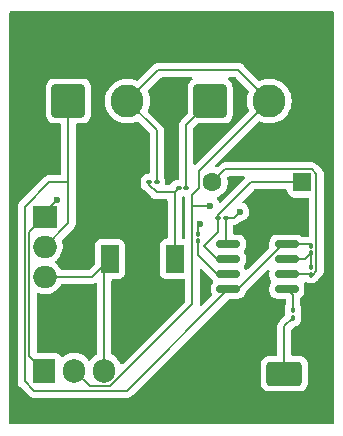
<source format=gbr>
%TF.GenerationSoftware,KiCad,Pcbnew,9.0.6*%
%TF.CreationDate,2025-12-23T21:48:00+05:30*%
%TF.ProjectId,CLASS D AMPLIFIER,434c4153-5320-4442-9041-4d504c494649,rev?*%
%TF.SameCoordinates,Original*%
%TF.FileFunction,Copper,L1,Top*%
%TF.FilePolarity,Positive*%
%FSLAX46Y46*%
G04 Gerber Fmt 4.6, Leading zero omitted, Abs format (unit mm)*
G04 Created by KiCad (PCBNEW 9.0.6) date 2025-12-23 21:48:00*
%MOMM*%
%LPD*%
G01*
G04 APERTURE LIST*
G04 Aperture macros list*
%AMRoundRect*
0 Rectangle with rounded corners*
0 $1 Rounding radius*
0 $2 $3 $4 $5 $6 $7 $8 $9 X,Y pos of 4 corners*
0 Add a 4 corners polygon primitive as box body*
4,1,4,$2,$3,$4,$5,$6,$7,$8,$9,$2,$3,0*
0 Add four circle primitives for the rounded corners*
1,1,$1+$1,$2,$3*
1,1,$1+$1,$4,$5*
1,1,$1+$1,$6,$7*
1,1,$1+$1,$8,$9*
0 Add four rect primitives between the rounded corners*
20,1,$1+$1,$2,$3,$4,$5,0*
20,1,$1+$1,$4,$5,$6,$7,0*
20,1,$1+$1,$6,$7,$8,$9,0*
20,1,$1+$1,$8,$9,$2,$3,0*%
G04 Aperture macros list end*
%TA.AperFunction,SMDPad,CuDef*%
%ADD10R,1.500000X2.400000*%
%TD*%
%TA.AperFunction,SMDPad,CuDef*%
%ADD11RoundRect,0.100000X0.130000X0.100000X-0.130000X0.100000X-0.130000X-0.100000X0.130000X-0.100000X0*%
%TD*%
%TA.AperFunction,SMDPad,CuDef*%
%ADD12RoundRect,0.150000X-0.825000X-0.150000X0.825000X-0.150000X0.825000X0.150000X-0.825000X0.150000X0*%
%TD*%
%TA.AperFunction,SMDPad,CuDef*%
%ADD13RoundRect,0.100000X0.100000X-0.130000X0.100000X0.130000X-0.100000X0.130000X-0.100000X-0.130000X0*%
%TD*%
%TA.AperFunction,ComponentPad*%
%ADD14R,1.905000X2.000000*%
%TD*%
%TA.AperFunction,ComponentPad*%
%ADD15O,1.905000X2.000000*%
%TD*%
%TA.AperFunction,ComponentPad*%
%ADD16R,2.000000X1.905000*%
%TD*%
%TA.AperFunction,ComponentPad*%
%ADD17O,2.000000X1.905000*%
%TD*%
%TA.AperFunction,ComponentPad*%
%ADD18RoundRect,0.250000X-1.250000X0.750000X-1.250000X-0.750000X1.250000X-0.750000X1.250000X0.750000X0*%
%TD*%
%TA.AperFunction,ComponentPad*%
%ADD19RoundRect,0.250001X-1.149999X-1.149999X1.149999X-1.149999X1.149999X1.149999X-1.149999X1.149999X0*%
%TD*%
%TA.AperFunction,ComponentPad*%
%ADD20C,2.800000*%
%TD*%
%TA.AperFunction,ComponentPad*%
%ADD21RoundRect,0.250000X0.550000X0.550000X-0.550000X0.550000X-0.550000X-0.550000X0.550000X-0.550000X0*%
%TD*%
%TA.AperFunction,ComponentPad*%
%ADD22C,1.600000*%
%TD*%
%TA.AperFunction,SMDPad,CuDef*%
%ADD23RoundRect,0.100000X-0.130000X-0.100000X0.130000X-0.100000X0.130000X0.100000X-0.130000X0.100000X0*%
%TD*%
%TA.AperFunction,ViaPad*%
%ADD24C,0.600000*%
%TD*%
%TA.AperFunction,Conductor*%
%ADD25C,0.200000*%
%TD*%
G04 APERTURE END LIST*
D10*
%TO.P,L1,2*%
%TO.N,Net-(C1-Pad1)*%
X114500000Y-71500000D03*
%TO.P,L1,1*%
%TO.N,Net-(Q1-E)*%
X109000000Y-71500000D03*
%TD*%
D11*
%TO.P,C3,2*%
%TO.N,Net-(D1-K)*%
X118180000Y-68000000D03*
%TO.P,C3,1*%
%TO.N,Net-(J1-Pin_2)*%
X118820000Y-68000000D03*
%TD*%
D12*
%TO.P,U1,1,GND*%
%TO.N,Net-(J1-Pin_2)*%
X119050000Y-70230000D03*
%TO.P,U1,2,TR*%
%TO.N,Net-(D1-K)*%
X119050000Y-71500000D03*
%TO.P,U1,3,Q*%
%TO.N,Net-(U1-Q)*%
X119050000Y-72770000D03*
%TO.P,U1,4,R*%
%TO.N,Net-(J1-Pin_1)*%
X119050000Y-74040000D03*
%TO.P,U1,5,CV*%
%TO.N,Net-(U1-CV)*%
X124000000Y-74040000D03*
%TO.P,U1,6,THR*%
%TO.N,Net-(D1-A)*%
X124000000Y-72770000D03*
%TO.P,U1,7,DIS*%
%TO.N,Net-(U1-DIS)*%
X124000000Y-71500000D03*
%TO.P,U1,8,VCC*%
%TO.N,Net-(J1-Pin_1)*%
X124000000Y-70230000D03*
%TD*%
D13*
%TO.P,R3,1*%
%TO.N,Net-(U1-DIS)*%
X126000000Y-71000000D03*
%TO.P,R3,2*%
%TO.N,Net-(J1-Pin_1)*%
X126000000Y-70360000D03*
%TD*%
%TO.P,R2,1*%
%TO.N,Net-(U1-Q)*%
X116500000Y-70000000D03*
%TO.P,R2,2*%
%TO.N,Net-(Q1-B)*%
X116500000Y-69360000D03*
%TD*%
%TO.P,R1,1*%
%TO.N,Net-(D1-A)*%
X126000000Y-72820000D03*
%TO.P,R1,2*%
%TO.N,Net-(U1-DIS)*%
X126000000Y-72180000D03*
%TD*%
D14*
%TO.P,Q2,1,B*%
%TO.N,Net-(Q1-B)*%
X103460000Y-80950000D03*
D15*
%TO.P,Q2,2,C*%
%TO.N,Net-(J1-Pin_2)*%
X106000000Y-80950000D03*
%TO.P,Q2,3,E*%
%TO.N,Net-(Q1-E)*%
X108540000Y-80950000D03*
%TD*%
D16*
%TO.P,Q1,1,B*%
%TO.N,Net-(Q1-B)*%
X103500000Y-67920000D03*
D17*
%TO.P,Q1,2,C*%
%TO.N,Net-(J1-Pin_1)*%
X103500000Y-70460000D03*
%TO.P,Q1,3,E*%
%TO.N,Net-(Q1-E)*%
X103500000Y-73000000D03*
%TD*%
D18*
%TO.P,J3,1,Pin_1*%
%TO.N,Net-(J3-Pin_1)*%
X123782500Y-81200000D03*
%TD*%
D19*
%TO.P,J2,1,Pin_1*%
%TO.N,Net-(J2-Pin_1)*%
X117500000Y-58117500D03*
D20*
%TO.P,J2,2,Pin_2*%
%TO.N,Net-(J1-Pin_2)*%
X122500000Y-58117500D03*
%TD*%
D19*
%TO.P,J1,1,Pin_1*%
%TO.N,Net-(J1-Pin_1)*%
X105500000Y-58117500D03*
D20*
%TO.P,J1,2,Pin_2*%
%TO.N,Net-(J1-Pin_2)*%
X110500000Y-58117500D03*
%TD*%
D21*
%TO.P,D1,1,K*%
%TO.N,Net-(D1-K)*%
X125310000Y-65000000D03*
D22*
%TO.P,D1,2,A*%
%TO.N,Net-(D1-A)*%
X117690000Y-65000000D03*
%TD*%
D13*
%TO.P,C4,1*%
%TO.N,Net-(J3-Pin_1)*%
X124500000Y-76475000D03*
%TO.P,C4,2*%
%TO.N,Net-(U1-CV)*%
X124500000Y-75835000D03*
%TD*%
D23*
%TO.P,C2,1*%
%TO.N,Net-(C1-Pad1)*%
X114835000Y-65500000D03*
%TO.P,C2,2*%
%TO.N,Net-(J2-Pin_1)*%
X115475000Y-65500000D03*
%TD*%
%TO.P,C1,1*%
%TO.N,Net-(C1-Pad1)*%
X112335000Y-65000000D03*
%TO.P,C1,2*%
%TO.N,Net-(J1-Pin_2)*%
X112975000Y-65000000D03*
%TD*%
D24*
%TO.N,Net-(J1-Pin_2)*%
X120000000Y-67500000D03*
X117500000Y-67000000D03*
%TO.N,Net-(Q1-B)*%
X104500000Y-66500000D03*
X116598999Y-68499802D03*
%TD*%
D25*
%TO.N,Net-(J1-Pin_2)*%
X118820000Y-68000000D02*
X119500000Y-68000000D01*
X119500000Y-68000000D02*
X120000000Y-67500000D01*
X115999000Y-67000000D02*
X115999000Y-66046050D01*
X115999000Y-67000000D02*
X117500000Y-67000000D01*
%TO.N,Net-(Q1-B)*%
X116500000Y-69360000D02*
X116500000Y-68598801D01*
X116500000Y-68598801D02*
X116598999Y-68499802D01*
X103500000Y-67920000D02*
X103500000Y-67500000D01*
X103500000Y-67500000D02*
X104500000Y-66500000D01*
%TO.N,Net-(D1-K)*%
X117001000Y-70425999D02*
X118180000Y-69246999D01*
X118180000Y-69246999D02*
X118180000Y-68000000D01*
X118180000Y-68000000D02*
X118180000Y-67800001D01*
X118180000Y-67800001D02*
X120980001Y-65000000D01*
X120980001Y-65000000D02*
X125310000Y-65000000D01*
%TO.N,Net-(J1-Pin_2)*%
X118820000Y-68000000D02*
X118820000Y-70000000D01*
X118820000Y-70000000D02*
X119050000Y-70230000D01*
%TO.N,Net-(J1-Pin_1)*%
X105500000Y-68460000D02*
X105500000Y-65000000D01*
X102607500Y-82652000D02*
X101798000Y-81842500D01*
X101798000Y-81842500D02*
X101798000Y-67067500D01*
X119050000Y-74040000D02*
X110438000Y-82652000D01*
X110438000Y-82652000D02*
X102607500Y-82652000D01*
X101798000Y-67067500D02*
X103865500Y-65000000D01*
X103865500Y-65000000D02*
X105500000Y-65000000D01*
%TO.N,Net-(D1-A)*%
X117690000Y-65000000D02*
X118791000Y-63899000D01*
X118791000Y-63899000D02*
X126095160Y-63899000D01*
X126095160Y-63899000D02*
X126501000Y-64304840D01*
X126501000Y-64304840D02*
X126501000Y-72518999D01*
X126199999Y-72820000D02*
X126000000Y-72820000D01*
X126501000Y-72518999D02*
X126199999Y-72820000D01*
%TO.N,Net-(J1-Pin_2)*%
X110500000Y-58117500D02*
X113117500Y-55500000D01*
X113117500Y-55500000D02*
X119882500Y-55500000D01*
X119882500Y-55500000D02*
X122500000Y-58117500D01*
X115999000Y-68501000D02*
X115999000Y-67000000D01*
X115999000Y-66046050D02*
X116589000Y-65456050D01*
X116589000Y-65456050D02*
X116589000Y-64028500D01*
X116589000Y-64028500D02*
X122500000Y-58117500D01*
%TO.N,Net-(J1-Pin_1)*%
X103500000Y-70460000D02*
X105500000Y-68460000D01*
X105500000Y-65000000D02*
X105500000Y-58117500D01*
%TO.N,Net-(Q1-B)*%
X103460000Y-80950000D02*
X102199000Y-79689000D01*
X102199000Y-79689000D02*
X102199000Y-69221000D01*
X102199000Y-69221000D02*
X103500000Y-67920000D01*
%TO.N,Net-(J1-Pin_2)*%
X106000000Y-80950000D02*
X107301000Y-82251000D01*
X109059217Y-82251000D02*
X115999000Y-75311217D01*
X107301000Y-82251000D02*
X109059217Y-82251000D01*
X115999000Y-75311217D02*
X115999000Y-68501000D01*
%TO.N,Net-(Q1-E)*%
X108540000Y-80950000D02*
X108540000Y-71960000D01*
X108540000Y-71960000D02*
X109000000Y-71500000D01*
X103500000Y-73000000D02*
X107500000Y-73000000D01*
X107500000Y-73000000D02*
X109000000Y-71500000D01*
%TO.N,Net-(C1-Pad1)*%
X112335000Y-65000000D02*
X112335000Y-65199999D01*
X112335000Y-65199999D02*
X112970001Y-65835000D01*
X112970001Y-65835000D02*
X114500000Y-65835000D01*
X114500000Y-71500000D02*
X114500000Y-65835000D01*
X114500000Y-65835000D02*
X114835000Y-65500000D01*
%TO.N,Net-(U1-Q)*%
X116500000Y-70000000D02*
X116500000Y-71194999D01*
X116500000Y-71194999D02*
X118075001Y-72770000D01*
X118075001Y-72770000D02*
X119050000Y-72770000D01*
%TO.N,Net-(D1-K)*%
X119050000Y-71500000D02*
X118075001Y-71500000D01*
X118075001Y-71500000D02*
X117001000Y-70425999D01*
%TO.N,Net-(J1-Pin_1)*%
X119050000Y-74040000D02*
X119843032Y-74040000D01*
X119843032Y-74040000D02*
X123653032Y-70230000D01*
X123653032Y-70230000D02*
X124000000Y-70230000D01*
%TO.N,Net-(J3-Pin_1)*%
X123782500Y-81200000D02*
X123782500Y-77192500D01*
X123782500Y-77192500D02*
X124500000Y-76475000D01*
%TO.N,Net-(U1-CV)*%
X124500000Y-75835000D02*
X124500000Y-74540000D01*
X124500000Y-74540000D02*
X124000000Y-74040000D01*
%TO.N,Net-(D1-A)*%
X124000000Y-72770000D02*
X125950000Y-72770000D01*
X125950000Y-72770000D02*
X126000000Y-72820000D01*
%TO.N,Net-(U1-DIS)*%
X126000000Y-72180000D02*
X126000000Y-71000000D01*
X124000000Y-71500000D02*
X125500000Y-71500000D01*
X125500000Y-71500000D02*
X126000000Y-71000000D01*
%TO.N,Net-(J1-Pin_1)*%
X124000000Y-70230000D02*
X125870000Y-70230000D01*
X125870000Y-70230000D02*
X126000000Y-70360000D01*
%TO.N,Net-(J2-Pin_1)*%
X115475000Y-65500000D02*
X115475000Y-60142500D01*
X115475000Y-60142500D02*
X117500000Y-58117500D01*
%TO.N,Net-(J1-Pin_2)*%
X110500000Y-58117500D02*
X112975000Y-60592500D01*
X112975000Y-60592500D02*
X112975000Y-65000000D01*
%TD*%
%TA.AperFunction,NonConductor*%
G36*
X127942539Y-50520185D02*
G01*
X127988294Y-50572989D01*
X127999500Y-50624500D01*
X127999500Y-85375500D01*
X127979815Y-85442539D01*
X127927011Y-85488294D01*
X127875500Y-85499500D01*
X100624500Y-85499500D01*
X100557461Y-85479815D01*
X100511706Y-85427011D01*
X100500500Y-85375500D01*
X100500500Y-81921554D01*
X101197498Y-81921554D01*
X101238423Y-82074285D01*
X101267358Y-82124400D01*
X101267359Y-82124404D01*
X101267360Y-82124404D01*
X101317479Y-82211214D01*
X101317481Y-82211217D01*
X101436349Y-82330085D01*
X101436355Y-82330090D01*
X102122639Y-83016374D01*
X102122649Y-83016385D01*
X102126979Y-83020715D01*
X102126980Y-83020716D01*
X102238784Y-83132520D01*
X102325595Y-83182639D01*
X102325597Y-83182641D01*
X102363651Y-83204611D01*
X102375715Y-83211577D01*
X102528443Y-83252501D01*
X102528446Y-83252501D01*
X102694153Y-83252501D01*
X102694169Y-83252500D01*
X110351331Y-83252500D01*
X110351347Y-83252501D01*
X110358943Y-83252501D01*
X110517054Y-83252501D01*
X110517057Y-83252501D01*
X110669785Y-83211577D01*
X110719904Y-83182639D01*
X110806716Y-83132520D01*
X110918520Y-83020716D01*
X110918520Y-83020714D01*
X110928728Y-83010507D01*
X110928729Y-83010504D01*
X119062416Y-74876819D01*
X119123739Y-74843334D01*
X119150097Y-74840500D01*
X119940686Y-74840500D01*
X119940694Y-74840500D01*
X119977569Y-74837598D01*
X119977571Y-74837597D01*
X119977573Y-74837597D01*
X120019191Y-74825505D01*
X120135398Y-74791744D01*
X120276865Y-74708081D01*
X120393081Y-74591865D01*
X120476744Y-74450398D01*
X120522598Y-74292569D01*
X120525500Y-74255694D01*
X120525500Y-74255675D01*
X120525595Y-74253266D01*
X120525690Y-74253269D01*
X120525691Y-74253267D01*
X120525761Y-74253272D01*
X120526912Y-74253317D01*
X120545185Y-74191089D01*
X120561814Y-74170452D01*
X122316434Y-72415831D01*
X122377755Y-72382348D01*
X122447447Y-72387332D01*
X122503380Y-72429204D01*
X122527797Y-72494668D01*
X122527731Y-72513241D01*
X122524500Y-72554295D01*
X122524500Y-72985701D01*
X122527401Y-73022567D01*
X122527402Y-73022573D01*
X122573254Y-73180393D01*
X122573255Y-73180396D01*
X122656917Y-73321862D01*
X122661702Y-73328031D01*
X122659256Y-73329927D01*
X122685857Y-73378642D01*
X122680873Y-73448334D01*
X122660069Y-73480703D01*
X122661702Y-73481969D01*
X122656917Y-73488137D01*
X122573255Y-73629603D01*
X122573254Y-73629606D01*
X122527402Y-73787426D01*
X122527401Y-73787432D01*
X122524500Y-73824298D01*
X122524500Y-74255701D01*
X122527401Y-74292567D01*
X122527402Y-74292573D01*
X122573254Y-74450393D01*
X122573255Y-74450396D01*
X122656917Y-74591862D01*
X122656923Y-74591870D01*
X122773129Y-74708076D01*
X122773133Y-74708079D01*
X122773135Y-74708081D01*
X122914602Y-74791744D01*
X122956224Y-74803836D01*
X123072426Y-74837597D01*
X123072429Y-74837597D01*
X123072431Y-74837598D01*
X123109306Y-74840500D01*
X123775500Y-74840500D01*
X123842539Y-74860185D01*
X123888294Y-74912989D01*
X123899500Y-74964500D01*
X123899500Y-75328742D01*
X123879815Y-75395781D01*
X123876073Y-75401103D01*
X123875465Y-75402156D01*
X123814956Y-75548237D01*
X123814955Y-75548239D01*
X123799500Y-75665638D01*
X123799500Y-76004363D01*
X123814955Y-76121763D01*
X123815263Y-76122912D01*
X123815395Y-76125106D01*
X123816016Y-76129821D01*
X123815682Y-76129864D01*
X123815808Y-76131951D01*
X123818197Y-76137160D01*
X123817173Y-76154584D01*
X123818252Y-76172454D01*
X123816557Y-76184371D01*
X123814956Y-76188238D01*
X123801800Y-76288165D01*
X123801692Y-76288928D01*
X123787505Y-76320121D01*
X123773599Y-76351557D01*
X123772828Y-76352394D01*
X123772767Y-76352530D01*
X123772611Y-76352630D01*
X123766608Y-76359155D01*
X123413786Y-76711978D01*
X123301981Y-76823782D01*
X123301980Y-76823784D01*
X123253450Y-76907841D01*
X123222923Y-76960715D01*
X123181999Y-77113443D01*
X123181999Y-77113445D01*
X123181999Y-77281546D01*
X123182000Y-77281559D01*
X123182000Y-79575500D01*
X123162315Y-79642539D01*
X123109511Y-79688294D01*
X123058000Y-79699500D01*
X122482498Y-79699500D01*
X122482480Y-79699501D01*
X122379703Y-79710000D01*
X122379700Y-79710001D01*
X122213168Y-79765185D01*
X122213163Y-79765187D01*
X122063842Y-79857289D01*
X121939789Y-79981342D01*
X121847687Y-80130663D01*
X121847685Y-80130668D01*
X121844274Y-80140962D01*
X121792501Y-80297203D01*
X121792501Y-80297204D01*
X121792500Y-80297204D01*
X121782000Y-80399983D01*
X121782000Y-82000001D01*
X121782001Y-82000018D01*
X121792500Y-82102796D01*
X121792501Y-82102799D01*
X121828428Y-82211217D01*
X121847686Y-82269334D01*
X121939788Y-82418656D01*
X122063844Y-82542712D01*
X122213166Y-82634814D01*
X122379703Y-82689999D01*
X122482491Y-82700500D01*
X125082508Y-82700499D01*
X125185297Y-82689999D01*
X125351834Y-82634814D01*
X125501156Y-82542712D01*
X125625212Y-82418656D01*
X125717314Y-82269334D01*
X125772499Y-82102797D01*
X125783000Y-82000009D01*
X125782999Y-80399992D01*
X125772499Y-80297203D01*
X125717314Y-80130666D01*
X125625212Y-79981344D01*
X125501156Y-79857288D01*
X125351834Y-79765186D01*
X125185297Y-79710001D01*
X125185295Y-79710000D01*
X125082516Y-79699500D01*
X125082509Y-79699500D01*
X124507000Y-79699500D01*
X124439961Y-79679815D01*
X124394206Y-79627011D01*
X124383000Y-79575500D01*
X124383000Y-77492596D01*
X124391644Y-77463155D01*
X124398168Y-77433169D01*
X124401922Y-77428153D01*
X124402685Y-77425557D01*
X124419310Y-77404924D01*
X124585846Y-77238387D01*
X124647166Y-77204905D01*
X124657341Y-77203132D01*
X124678373Y-77200363D01*
X124756762Y-77190044D01*
X124902841Y-77129536D01*
X125028282Y-77033282D01*
X125124536Y-76907841D01*
X125185044Y-76761762D01*
X125200500Y-76644361D01*
X125200499Y-76305640D01*
X125200499Y-76305639D01*
X125200499Y-76305636D01*
X125185045Y-76188244D01*
X125185044Y-76188242D01*
X125185044Y-76188238D01*
X125185042Y-76188233D01*
X125184738Y-76187096D01*
X125184737Y-76185906D01*
X125183984Y-76180179D01*
X125184737Y-76180079D01*
X125184737Y-76129919D01*
X125183983Y-76129820D01*
X125184737Y-76124092D01*
X125184737Y-76122905D01*
X125185040Y-76121771D01*
X125185044Y-76121762D01*
X125200500Y-76004361D01*
X125200499Y-75665640D01*
X125200499Y-75665638D01*
X125200499Y-75665636D01*
X125185046Y-75548246D01*
X125185044Y-75548239D01*
X125185044Y-75548238D01*
X125124536Y-75402159D01*
X125124534Y-75402156D01*
X125120472Y-75395119D01*
X125122213Y-75394113D01*
X125100930Y-75339057D01*
X125100500Y-75328742D01*
X125100500Y-74853540D01*
X125120185Y-74786501D01*
X125161379Y-74746808D01*
X125226865Y-74708081D01*
X125343081Y-74591865D01*
X125426744Y-74450398D01*
X125472598Y-74292569D01*
X125475500Y-74255694D01*
X125475500Y-73824306D01*
X125472598Y-73787431D01*
X125472597Y-73787426D01*
X125424568Y-73622110D01*
X125427578Y-73621235D01*
X125420791Y-73566299D01*
X125451074Y-73503333D01*
X125510592Y-73466735D01*
X125580448Y-73468124D01*
X125590607Y-73471822D01*
X125597158Y-73474535D01*
X125597159Y-73474536D01*
X125743238Y-73535044D01*
X125860639Y-73550500D01*
X126139360Y-73550499D01*
X126139363Y-73550499D01*
X126256753Y-73535046D01*
X126256757Y-73535044D01*
X126256762Y-73535044D01*
X126402841Y-73474536D01*
X126528282Y-73378282D01*
X126624536Y-73252841D01*
X126624538Y-73252833D01*
X126627490Y-73247723D01*
X126647197Y-73222036D01*
X126680519Y-73188716D01*
X126680519Y-73188714D01*
X126981520Y-72887715D01*
X127060577Y-72750783D01*
X127101501Y-72598056D01*
X127101501Y-72439941D01*
X127101501Y-72432346D01*
X127101500Y-72432328D01*
X127101500Y-64225785D01*
X127101500Y-64225783D01*
X127060577Y-64073056D01*
X127060573Y-64073049D01*
X126981524Y-63936130D01*
X126981521Y-63936126D01*
X126981520Y-63936124D01*
X126869716Y-63824320D01*
X126869715Y-63824319D01*
X126865385Y-63819989D01*
X126865374Y-63819979D01*
X126582750Y-63537355D01*
X126582748Y-63537352D01*
X126463877Y-63418481D01*
X126463876Y-63418480D01*
X126377064Y-63368360D01*
X126377064Y-63368359D01*
X126377060Y-63368358D01*
X126326945Y-63339423D01*
X126174217Y-63298499D01*
X126016103Y-63298499D01*
X126008507Y-63298499D01*
X126008491Y-63298500D01*
X118870057Y-63298500D01*
X118711943Y-63298500D01*
X118559215Y-63339423D01*
X118559214Y-63339423D01*
X118559212Y-63339424D01*
X118559209Y-63339425D01*
X118509096Y-63368359D01*
X118509095Y-63368360D01*
X118465721Y-63393402D01*
X118422285Y-63418479D01*
X118422282Y-63418481D01*
X118310478Y-63530286D01*
X118134842Y-63705921D01*
X118073519Y-63739406D01*
X118008845Y-63736172D01*
X117991255Y-63730457D01*
X117933579Y-63691020D01*
X117906380Y-63626662D01*
X117918293Y-63557816D01*
X117941887Y-63524847D01*
X121587334Y-59879399D01*
X121648655Y-59845916D01*
X121718347Y-59850900D01*
X121722455Y-59852516D01*
X121887793Y-59921002D01*
X122128435Y-59985482D01*
X122375435Y-60018000D01*
X122375442Y-60018000D01*
X122624558Y-60018000D01*
X122624565Y-60018000D01*
X122871565Y-59985482D01*
X123112207Y-59921002D01*
X123342373Y-59825664D01*
X123558127Y-59701099D01*
X123755776Y-59549438D01*
X123931938Y-59373276D01*
X124083599Y-59175627D01*
X124208164Y-58959873D01*
X124303502Y-58729707D01*
X124367982Y-58489065D01*
X124400500Y-58242065D01*
X124400500Y-57992935D01*
X124367982Y-57745935D01*
X124303502Y-57505293D01*
X124235021Y-57339966D01*
X124208169Y-57275138D01*
X124208162Y-57275123D01*
X124083599Y-57059373D01*
X123931939Y-56861725D01*
X123931933Y-56861718D01*
X123755781Y-56685566D01*
X123755774Y-56685560D01*
X123558126Y-56533900D01*
X123342376Y-56409337D01*
X123342361Y-56409330D01*
X123112207Y-56313998D01*
X122871561Y-56249517D01*
X122624575Y-56217001D01*
X122624570Y-56217000D01*
X122624565Y-56217000D01*
X122375435Y-56217000D01*
X122375429Y-56217000D01*
X122375424Y-56217001D01*
X122128438Y-56249517D01*
X121887792Y-56313998D01*
X121722466Y-56382478D01*
X121652997Y-56389947D01*
X121590518Y-56358671D01*
X121587333Y-56355598D01*
X120370090Y-55138355D01*
X120370088Y-55138352D01*
X120251217Y-55019481D01*
X120251216Y-55019480D01*
X120164404Y-54969360D01*
X120164404Y-54969359D01*
X120164400Y-54969358D01*
X120114285Y-54940423D01*
X119961557Y-54899499D01*
X119803443Y-54899499D01*
X119795847Y-54899499D01*
X119795831Y-54899500D01*
X113204169Y-54899500D01*
X113204153Y-54899499D01*
X113196557Y-54899499D01*
X113038443Y-54899499D01*
X112931087Y-54928265D01*
X112885710Y-54940424D01*
X112885709Y-54940425D01*
X112835596Y-54969359D01*
X112835595Y-54969360D01*
X112792189Y-54994420D01*
X112748785Y-55019479D01*
X112748782Y-55019481D01*
X112636978Y-55131286D01*
X111412665Y-56355598D01*
X111351342Y-56389083D01*
X111281650Y-56384099D01*
X111277553Y-56382486D01*
X111112207Y-56313998D01*
X111112205Y-56313997D01*
X111112204Y-56313997D01*
X110871561Y-56249517D01*
X110624575Y-56217001D01*
X110624570Y-56217000D01*
X110624565Y-56217000D01*
X110375435Y-56217000D01*
X110375429Y-56217000D01*
X110375424Y-56217001D01*
X110128438Y-56249517D01*
X109887792Y-56313998D01*
X109657638Y-56409330D01*
X109657623Y-56409337D01*
X109441873Y-56533900D01*
X109244225Y-56685560D01*
X109244218Y-56685566D01*
X109068066Y-56861718D01*
X109068060Y-56861725D01*
X108916400Y-57059373D01*
X108791837Y-57275123D01*
X108791830Y-57275138D01*
X108696498Y-57505292D01*
X108632017Y-57745938D01*
X108599501Y-57992924D01*
X108599500Y-57992941D01*
X108599500Y-58242058D01*
X108599501Y-58242075D01*
X108632017Y-58489061D01*
X108696498Y-58729707D01*
X108791830Y-58959861D01*
X108791837Y-58959876D01*
X108916400Y-59175626D01*
X109068060Y-59373274D01*
X109068066Y-59373281D01*
X109244218Y-59549433D01*
X109244225Y-59549439D01*
X109441873Y-59701099D01*
X109657623Y-59825662D01*
X109657638Y-59825669D01*
X109756825Y-59866753D01*
X109887793Y-59921002D01*
X110128435Y-59985482D01*
X110375435Y-60018000D01*
X110375442Y-60018000D01*
X110624558Y-60018000D01*
X110624565Y-60018000D01*
X110871565Y-59985482D01*
X111112207Y-59921002D01*
X111277535Y-59852520D01*
X111347001Y-59845052D01*
X111409481Y-59876327D01*
X111412638Y-59879374D01*
X111888181Y-60354916D01*
X112338181Y-60804916D01*
X112371666Y-60866239D01*
X112374500Y-60892597D01*
X112374500Y-64175500D01*
X112354815Y-64242539D01*
X112302011Y-64288294D01*
X112250501Y-64299500D01*
X112165637Y-64299500D01*
X112048246Y-64314953D01*
X112048237Y-64314956D01*
X111902160Y-64375463D01*
X111776718Y-64471718D01*
X111680463Y-64597160D01*
X111619956Y-64743237D01*
X111619955Y-64743239D01*
X111604500Y-64860638D01*
X111604500Y-65139363D01*
X111619953Y-65256753D01*
X111619956Y-65256762D01*
X111680464Y-65402841D01*
X111776718Y-65528282D01*
X111902159Y-65624536D01*
X111902162Y-65624537D01*
X111907283Y-65627494D01*
X111932966Y-65647201D01*
X111966284Y-65680519D01*
X111966285Y-65680519D01*
X111973353Y-65687587D01*
X112485140Y-66199374D01*
X112485150Y-66199385D01*
X112489480Y-66203715D01*
X112489481Y-66203716D01*
X112601285Y-66315520D01*
X112601287Y-66315521D01*
X112660141Y-66349500D01*
X112660140Y-66349500D01*
X112660143Y-66349501D01*
X112738210Y-66394574D01*
X112738211Y-66394575D01*
X112738213Y-66394575D01*
X112738216Y-66394577D01*
X112890944Y-66435501D01*
X112890947Y-66435501D01*
X113056654Y-66435501D01*
X113056670Y-66435500D01*
X113775500Y-66435500D01*
X113842539Y-66455185D01*
X113888294Y-66507989D01*
X113899500Y-66559500D01*
X113899500Y-69675500D01*
X113879815Y-69742539D01*
X113827011Y-69788294D01*
X113775502Y-69799500D01*
X113702130Y-69799500D01*
X113702123Y-69799501D01*
X113642516Y-69805908D01*
X113507671Y-69856202D01*
X113507664Y-69856206D01*
X113392455Y-69942452D01*
X113392452Y-69942455D01*
X113306206Y-70057664D01*
X113306202Y-70057671D01*
X113255908Y-70192517D01*
X113249501Y-70252116D01*
X113249501Y-70252123D01*
X113249500Y-70252135D01*
X113249500Y-72747870D01*
X113249501Y-72747876D01*
X113255908Y-72807483D01*
X113306202Y-72942328D01*
X113306206Y-72942335D01*
X113392452Y-73057544D01*
X113392455Y-73057547D01*
X113507664Y-73143793D01*
X113507671Y-73143797D01*
X113642517Y-73194091D01*
X113642516Y-73194091D01*
X113649444Y-73194835D01*
X113702127Y-73200500D01*
X115274500Y-73200499D01*
X115341539Y-73220184D01*
X115387294Y-73272987D01*
X115398500Y-73324499D01*
X115398500Y-75011119D01*
X115378815Y-75078158D01*
X115362181Y-75098800D01*
X110084761Y-80376220D01*
X110023438Y-80409705D01*
X109953746Y-80404721D01*
X109897813Y-80362849D01*
X109886595Y-80344834D01*
X109862324Y-80297200D01*
X109782717Y-80140962D01*
X109648286Y-79955934D01*
X109486566Y-79794214D01*
X109301538Y-79659783D01*
X109267695Y-79642539D01*
X109208205Y-79612227D01*
X109157409Y-79564252D01*
X109140500Y-79501742D01*
X109140500Y-73324499D01*
X109160185Y-73257460D01*
X109212989Y-73211705D01*
X109264500Y-73200499D01*
X109797871Y-73200499D01*
X109797872Y-73200499D01*
X109857483Y-73194091D01*
X109992331Y-73143796D01*
X110107546Y-73057546D01*
X110193796Y-72942331D01*
X110244091Y-72807483D01*
X110250500Y-72747873D01*
X110250499Y-70252128D01*
X110244091Y-70192517D01*
X110216953Y-70119757D01*
X110193797Y-70057671D01*
X110193793Y-70057664D01*
X110107547Y-69942455D01*
X110107544Y-69942452D01*
X109992335Y-69856206D01*
X109992328Y-69856202D01*
X109857482Y-69805908D01*
X109857483Y-69805908D01*
X109797883Y-69799501D01*
X109797881Y-69799500D01*
X109797873Y-69799500D01*
X109797864Y-69799500D01*
X108202129Y-69799500D01*
X108202123Y-69799501D01*
X108142516Y-69805908D01*
X108007671Y-69856202D01*
X108007664Y-69856206D01*
X107892455Y-69942452D01*
X107892452Y-69942455D01*
X107806206Y-70057664D01*
X107806202Y-70057671D01*
X107755908Y-70192517D01*
X107749501Y-70252116D01*
X107749501Y-70252123D01*
X107749500Y-70252135D01*
X107749500Y-71849902D01*
X107729815Y-71916941D01*
X107713181Y-71937583D01*
X107287584Y-72363181D01*
X107226261Y-72396666D01*
X107199903Y-72399500D01*
X104948258Y-72399500D01*
X104881219Y-72379815D01*
X104837773Y-72331795D01*
X104790216Y-72238461D01*
X104655786Y-72053434D01*
X104494066Y-71891714D01*
X104409559Y-71830316D01*
X104366896Y-71774988D01*
X104360917Y-71705375D01*
X104393523Y-71643580D01*
X104409556Y-71629685D01*
X104494066Y-71568286D01*
X104655786Y-71406566D01*
X104790217Y-71221538D01*
X104894048Y-71017758D01*
X104948145Y-70851264D01*
X104964721Y-70800249D01*
X104964721Y-70800248D01*
X104964722Y-70800245D01*
X105000500Y-70574354D01*
X105000500Y-70345646D01*
X104964722Y-70119755D01*
X104920702Y-69984278D01*
X104918708Y-69914438D01*
X104950951Y-69858282D01*
X105858506Y-68950728D01*
X105858511Y-68950724D01*
X105868714Y-68940520D01*
X105868716Y-68940520D01*
X105980520Y-68828716D01*
X106054545Y-68700500D01*
X106059577Y-68691785D01*
X106100500Y-68539057D01*
X106100500Y-68380943D01*
X106100500Y-64920943D01*
X106100500Y-64920942D01*
X106100500Y-60142000D01*
X106120185Y-60074961D01*
X106172989Y-60029206D01*
X106224500Y-60018000D01*
X106700003Y-60018000D01*
X106700008Y-60018000D01*
X106802797Y-60007499D01*
X106969334Y-59952314D01*
X107118655Y-59860211D01*
X107242711Y-59736155D01*
X107334814Y-59586834D01*
X107389999Y-59420297D01*
X107400500Y-59317508D01*
X107400500Y-56917492D01*
X107389999Y-56814703D01*
X107334814Y-56648166D01*
X107264333Y-56533900D01*
X107242713Y-56498848D01*
X107242710Y-56498844D01*
X107118655Y-56374789D01*
X107118651Y-56374786D01*
X106969337Y-56282687D01*
X106969335Y-56282686D01*
X106869237Y-56249517D01*
X106802797Y-56227501D01*
X106802795Y-56227500D01*
X106700015Y-56217000D01*
X106700008Y-56217000D01*
X104299992Y-56217000D01*
X104299984Y-56217000D01*
X104197204Y-56227500D01*
X104197203Y-56227501D01*
X104030664Y-56282686D01*
X104030662Y-56282687D01*
X103881348Y-56374786D01*
X103881344Y-56374789D01*
X103757289Y-56498844D01*
X103757286Y-56498848D01*
X103665187Y-56648162D01*
X103665186Y-56648164D01*
X103610001Y-56814703D01*
X103610000Y-56814704D01*
X103599500Y-56917484D01*
X103599500Y-59317515D01*
X103610000Y-59420295D01*
X103610001Y-59420296D01*
X103665186Y-59586835D01*
X103665187Y-59586837D01*
X103757286Y-59736151D01*
X103757289Y-59736155D01*
X103881345Y-59860211D01*
X103881347Y-59860212D01*
X103881348Y-59860213D01*
X104030662Y-59952312D01*
X104030664Y-59952313D01*
X104030666Y-59952314D01*
X104197203Y-60007499D01*
X104299992Y-60018000D01*
X104775500Y-60018000D01*
X104842539Y-60037685D01*
X104888294Y-60090489D01*
X104899500Y-60142000D01*
X104899500Y-64275500D01*
X104879815Y-64342539D01*
X104827011Y-64388294D01*
X104775500Y-64399500D01*
X103952170Y-64399500D01*
X103952154Y-64399499D01*
X103944558Y-64399499D01*
X103786443Y-64399499D01*
X103710079Y-64419961D01*
X103633714Y-64440423D01*
X103633709Y-64440426D01*
X103496790Y-64519475D01*
X103496782Y-64519481D01*
X101317481Y-66698782D01*
X101317477Y-66698787D01*
X101306363Y-66718039D01*
X101302247Y-66725169D01*
X101238423Y-66835715D01*
X101197499Y-66988443D01*
X101197499Y-67146557D01*
X101197499Y-67146559D01*
X101197500Y-67156553D01*
X101197500Y-81755830D01*
X101197499Y-81755848D01*
X101197499Y-81921554D01*
X101197498Y-81921554D01*
X100500500Y-81921554D01*
X100500500Y-50624500D01*
X100520185Y-50557461D01*
X100572989Y-50511706D01*
X100624500Y-50500500D01*
X127875500Y-50500500D01*
X127942539Y-50520185D01*
G37*
%TD.AperFunction*%
%TA.AperFunction,NonConductor*%
G36*
X119649442Y-56120185D02*
G01*
X119670084Y-56136819D01*
X120738098Y-57204833D01*
X120771583Y-57266156D01*
X120766599Y-57335848D01*
X120764978Y-57339966D01*
X120696498Y-57505292D01*
X120632017Y-57745938D01*
X120599501Y-57992924D01*
X120599500Y-57992941D01*
X120599500Y-58242058D01*
X120599501Y-58242075D01*
X120632017Y-58489061D01*
X120696497Y-58729704D01*
X120764978Y-58895031D01*
X120772447Y-58964501D01*
X120741172Y-59026980D01*
X120738098Y-59030165D01*
X116287181Y-63481083D01*
X116225858Y-63514568D01*
X116156166Y-63509584D01*
X116100233Y-63467712D01*
X116075816Y-63402248D01*
X116075500Y-63393402D01*
X116075500Y-60442597D01*
X116095185Y-60375558D01*
X116111819Y-60354916D01*
X116412416Y-60054319D01*
X116473739Y-60020834D01*
X116500097Y-60018000D01*
X118700003Y-60018000D01*
X118700008Y-60018000D01*
X118802797Y-60007499D01*
X118969334Y-59952314D01*
X119118655Y-59860211D01*
X119242711Y-59736155D01*
X119334814Y-59586834D01*
X119389999Y-59420297D01*
X119400500Y-59317508D01*
X119400500Y-56917492D01*
X119389999Y-56814703D01*
X119334814Y-56648166D01*
X119264333Y-56533900D01*
X119242713Y-56498848D01*
X119242710Y-56498844D01*
X119118655Y-56374789D01*
X119118651Y-56374786D01*
X119046104Y-56330038D01*
X118999379Y-56278090D01*
X118988158Y-56209127D01*
X119016001Y-56145046D01*
X119074070Y-56106190D01*
X119111201Y-56100500D01*
X119582403Y-56100500D01*
X119649442Y-56120185D01*
G37*
%TD.AperFunction*%
%TA.AperFunction,NonConductor*%
G36*
X115955838Y-56120185D02*
G01*
X116001593Y-56172989D01*
X116011537Y-56242147D01*
X115982512Y-56305703D01*
X115953896Y-56330038D01*
X115881348Y-56374786D01*
X115881344Y-56374789D01*
X115757289Y-56498844D01*
X115757286Y-56498848D01*
X115665187Y-56648162D01*
X115665186Y-56648164D01*
X115610001Y-56814703D01*
X115610000Y-56814704D01*
X115599500Y-56917484D01*
X115599500Y-59117402D01*
X115579815Y-59184441D01*
X115563181Y-59205083D01*
X114994481Y-59773782D01*
X114994477Y-59773787D01*
X114944582Y-59860208D01*
X114944583Y-59860209D01*
X114915422Y-59910716D01*
X114904276Y-59952314D01*
X114874499Y-60063443D01*
X114874499Y-60063445D01*
X114874499Y-60231546D01*
X114874500Y-60231559D01*
X114874500Y-64675500D01*
X114854815Y-64742539D01*
X114802011Y-64788294D01*
X114750501Y-64799500D01*
X114665637Y-64799500D01*
X114548246Y-64814953D01*
X114548237Y-64814956D01*
X114402160Y-64875463D01*
X114276716Y-64971719D01*
X114180462Y-65097161D01*
X114155282Y-65157953D01*
X114142738Y-65173518D01*
X114134434Y-65191703D01*
X114121263Y-65200167D01*
X114111441Y-65212356D01*
X114092473Y-65218668D01*
X114075656Y-65229477D01*
X114048095Y-65233439D01*
X114045147Y-65234421D01*
X114040721Y-65234500D01*
X113829500Y-65234500D01*
X113762461Y-65214815D01*
X113716706Y-65162011D01*
X113705500Y-65110500D01*
X113705499Y-64860636D01*
X113690046Y-64743246D01*
X113690044Y-64743239D01*
X113690044Y-64743238D01*
X113629536Y-64597159D01*
X113629535Y-64597158D01*
X113629535Y-64597157D01*
X113601124Y-64560131D01*
X113575930Y-64494962D01*
X113575500Y-64484645D01*
X113575500Y-60681560D01*
X113575501Y-60681547D01*
X113575501Y-60513444D01*
X113556517Y-60442597D01*
X113534577Y-60360716D01*
X113460009Y-60231559D01*
X113455524Y-60223790D01*
X113455518Y-60223782D01*
X112261901Y-59030165D01*
X112228416Y-58968842D01*
X112233400Y-58899150D01*
X112234993Y-58895102D01*
X112303502Y-58729707D01*
X112367982Y-58489065D01*
X112400500Y-58242065D01*
X112400500Y-57992935D01*
X112367982Y-57745935D01*
X112303502Y-57505293D01*
X112235020Y-57339965D01*
X112227552Y-57270496D01*
X112258827Y-57208017D01*
X112261871Y-57204862D01*
X113329916Y-56136819D01*
X113391239Y-56103334D01*
X113417597Y-56100500D01*
X115888799Y-56100500D01*
X115955838Y-56120185D01*
G37*
%TD.AperFunction*%
%TA.AperFunction,NonConductor*%
G36*
X120398942Y-64519185D02*
G01*
X120444697Y-64571989D01*
X120454641Y-64641147D01*
X120425616Y-64704703D01*
X120419584Y-64711181D01*
X118428647Y-66702117D01*
X118367324Y-66735602D01*
X118297632Y-66730618D01*
X118241699Y-66688746D01*
X118226405Y-66661889D01*
X118209395Y-66620823D01*
X118209390Y-66620814D01*
X118121789Y-66489711D01*
X118121786Y-66489707D01*
X118066685Y-66434606D01*
X118033200Y-66373283D01*
X118038184Y-66303591D01*
X118080056Y-66247658D01*
X118116044Y-66228995D01*
X118189219Y-66205220D01*
X118371610Y-66112287D01*
X118500482Y-66018657D01*
X118537213Y-65991971D01*
X118537215Y-65991968D01*
X118537219Y-65991966D01*
X118681966Y-65847219D01*
X118681968Y-65847215D01*
X118681971Y-65847213D01*
X118734732Y-65774590D01*
X118802287Y-65681610D01*
X118895220Y-65499219D01*
X118958477Y-65304534D01*
X118990500Y-65102352D01*
X118990500Y-64897648D01*
X118958477Y-64695466D01*
X118953827Y-64681157D01*
X118953392Y-64665943D01*
X118948074Y-64651682D01*
X118952414Y-64631729D01*
X118951831Y-64611318D01*
X118959920Y-64597229D01*
X118962927Y-64583409D01*
X118984079Y-64555155D01*
X119003419Y-64535816D01*
X119064743Y-64502333D01*
X119091098Y-64499500D01*
X120331903Y-64499500D01*
X120398942Y-64519185D01*
G37*
%TD.AperFunction*%
%TA.AperFunction,NonConductor*%
G36*
X115290687Y-66198531D02*
G01*
X115354583Y-66226798D01*
X115393053Y-66285123D01*
X115398500Y-66321470D01*
X115398500Y-69675500D01*
X115378815Y-69742539D01*
X115326011Y-69788294D01*
X115274500Y-69799500D01*
X115224500Y-69799500D01*
X115157461Y-69779815D01*
X115111706Y-69727011D01*
X115100500Y-69675500D01*
X115100500Y-66314887D01*
X115120185Y-66247848D01*
X115172989Y-66202093D01*
X115240682Y-66191948D01*
X115290687Y-66198531D01*
G37*
%TD.AperFunction*%
%TA.AperFunction,NonConductor*%
G36*
X123927460Y-65609198D02*
G01*
X123957622Y-65615864D01*
X123960694Y-65618957D01*
X123964876Y-65620185D01*
X123985094Y-65643518D01*
X124006864Y-65665432D01*
X124008929Y-65671024D01*
X124010631Y-65672989D01*
X124019089Y-65698541D01*
X124019999Y-65702792D01*
X124020001Y-65702797D01*
X124075186Y-65869334D01*
X124167288Y-66018656D01*
X124291344Y-66142712D01*
X124440666Y-66234814D01*
X124607203Y-66289999D01*
X124709991Y-66300500D01*
X125776500Y-66300499D01*
X125843539Y-66320183D01*
X125889294Y-66372987D01*
X125900500Y-66424499D01*
X125900500Y-69505500D01*
X125880815Y-69572539D01*
X125828011Y-69618294D01*
X125776500Y-69629500D01*
X125345808Y-69629500D01*
X125278769Y-69609815D01*
X125258126Y-69593180D01*
X125226870Y-69561923D01*
X125226862Y-69561917D01*
X125085396Y-69478255D01*
X125085393Y-69478254D01*
X124927573Y-69432402D01*
X124927567Y-69432401D01*
X124890701Y-69429500D01*
X124890694Y-69429500D01*
X123109306Y-69429500D01*
X123109298Y-69429500D01*
X123072432Y-69432401D01*
X123072426Y-69432402D01*
X122914606Y-69478254D01*
X122914603Y-69478255D01*
X122773137Y-69561917D01*
X122773129Y-69561923D01*
X122656923Y-69678129D01*
X122656917Y-69678137D01*
X122573255Y-69819603D01*
X122573254Y-69819606D01*
X122527402Y-69977426D01*
X122527401Y-69977432D01*
X122524500Y-70014298D01*
X122524500Y-70445686D01*
X122524501Y-70445719D01*
X122524655Y-70447674D01*
X122524590Y-70447982D01*
X122524596Y-70448132D01*
X122524558Y-70448133D01*
X122510287Y-70516050D01*
X122488718Y-70545076D01*
X120663158Y-72370636D01*
X120642467Y-72381934D01*
X120624282Y-72396947D01*
X120612365Y-72398370D01*
X120601835Y-72404121D01*
X120578318Y-72402439D01*
X120554905Y-72405237D01*
X120544111Y-72399992D01*
X120532143Y-72399137D01*
X120513267Y-72385006D01*
X120492061Y-72374703D01*
X120480433Y-72360426D01*
X120476210Y-72357265D01*
X120469591Y-72347486D01*
X120469173Y-72346801D01*
X120393081Y-72218135D01*
X120387138Y-72212192D01*
X120379422Y-72199531D01*
X120374072Y-72179560D01*
X120364155Y-72161421D01*
X120365214Y-72146494D01*
X120361343Y-72132040D01*
X120367639Y-72112347D01*
X120369104Y-72091726D01*
X120379311Y-72075842D01*
X120382622Y-72065490D01*
X120389743Y-72059610D01*
X120389940Y-72059304D01*
X120388298Y-72058031D01*
X120393075Y-72051870D01*
X120393081Y-72051865D01*
X120476744Y-71910398D01*
X120516085Y-71774988D01*
X120522597Y-71752573D01*
X120522598Y-71752567D01*
X120525499Y-71715701D01*
X120525500Y-71715694D01*
X120525500Y-71284306D01*
X120522598Y-71247431D01*
X120515075Y-71221538D01*
X120476745Y-71089606D01*
X120476744Y-71089603D01*
X120476744Y-71089602D01*
X120393081Y-70948135D01*
X120393078Y-70948132D01*
X120388298Y-70941969D01*
X120390750Y-70940066D01*
X120364155Y-70891421D01*
X120369104Y-70821726D01*
X120389940Y-70789304D01*
X120388298Y-70788031D01*
X120393075Y-70781870D01*
X120393081Y-70781865D01*
X120476744Y-70640398D01*
X120522598Y-70482569D01*
X120525500Y-70445694D01*
X120525500Y-70014306D01*
X120522598Y-69977431D01*
X120512436Y-69942455D01*
X120476745Y-69819606D01*
X120476744Y-69819603D01*
X120476744Y-69819602D01*
X120393081Y-69678135D01*
X120393079Y-69678133D01*
X120393076Y-69678129D01*
X120276870Y-69561923D01*
X120276862Y-69561917D01*
X120135396Y-69478255D01*
X120135393Y-69478254D01*
X119977573Y-69432402D01*
X119977567Y-69432401D01*
X119940701Y-69429500D01*
X119940694Y-69429500D01*
X119544500Y-69429500D01*
X119477461Y-69409815D01*
X119431706Y-69357011D01*
X119420500Y-69305500D01*
X119420500Y-68724501D01*
X119440185Y-68657462D01*
X119492989Y-68611707D01*
X119544500Y-68600501D01*
X119579054Y-68600501D01*
X119579057Y-68600501D01*
X119731785Y-68559577D01*
X119800777Y-68519744D01*
X119868716Y-68480520D01*
X119980520Y-68368716D01*
X119980521Y-68368714D01*
X120014662Y-68334572D01*
X120075983Y-68301089D01*
X120078150Y-68300638D01*
X120136085Y-68289113D01*
X120233497Y-68269737D01*
X120379179Y-68209394D01*
X120510289Y-68121789D01*
X120621789Y-68010289D01*
X120709394Y-67879179D01*
X120717074Y-67860639D01*
X120769735Y-67733501D01*
X120769737Y-67733497D01*
X120800500Y-67578842D01*
X120800500Y-67421158D01*
X120800500Y-67421155D01*
X120800499Y-67421153D01*
X120769738Y-67266510D01*
X120769737Y-67266503D01*
X120724195Y-67156553D01*
X120709397Y-67120827D01*
X120709390Y-67120814D01*
X120621789Y-66989711D01*
X120621786Y-66989707D01*
X120510292Y-66878213D01*
X120510288Y-66878210D01*
X120379185Y-66790609D01*
X120379172Y-66790602D01*
X120309826Y-66761879D01*
X120255422Y-66718039D01*
X120233357Y-66651745D01*
X120250636Y-66584045D01*
X120269593Y-66559642D01*
X121192417Y-65636819D01*
X121253740Y-65603334D01*
X121280098Y-65600500D01*
X123897837Y-65600500D01*
X123927460Y-65609198D01*
G37*
%TD.AperFunction*%
%TA.AperFunction,NonConductor*%
G36*
X116804703Y-72349383D02*
G01*
X116811177Y-72355412D01*
X117206548Y-72750783D01*
X117596683Y-73140918D01*
X117615371Y-73164869D01*
X117621919Y-73175799D01*
X117623256Y-73180398D01*
X117706919Y-73321865D01*
X117713192Y-73328138D01*
X117721060Y-73341270D01*
X117726152Y-73360869D01*
X117735857Y-73378642D01*
X117734759Y-73393995D01*
X117738630Y-73408894D01*
X117732317Y-73428135D01*
X117730873Y-73448334D01*
X117720287Y-73464804D01*
X117716850Y-73475283D01*
X117710127Y-73480747D01*
X117711702Y-73481969D01*
X117706917Y-73488137D01*
X117623255Y-73629603D01*
X117623254Y-73629606D01*
X117577402Y-73787426D01*
X117577401Y-73787432D01*
X117574500Y-73824298D01*
X117574500Y-74255701D01*
X117577401Y-74292567D01*
X117577402Y-74292573D01*
X117623254Y-74450394D01*
X117623256Y-74450400D01*
X117636396Y-74472618D01*
X117653577Y-74540342D01*
X117631417Y-74606605D01*
X117617344Y-74623419D01*
X116811181Y-75429583D01*
X116749858Y-75463068D01*
X116680167Y-75458084D01*
X116624233Y-75416212D01*
X116599816Y-75350748D01*
X116599500Y-75341902D01*
X116599500Y-72443096D01*
X116619185Y-72376057D01*
X116671989Y-72330302D01*
X116741147Y-72320358D01*
X116804703Y-72349383D01*
G37*
%TD.AperFunction*%
%TA.AperFunction,NonConductor*%
G36*
X107887426Y-73553419D02*
G01*
X107930617Y-73608340D01*
X107939500Y-73654427D01*
X107939500Y-79501742D01*
X107919815Y-79568781D01*
X107871795Y-79612227D01*
X107778461Y-79659783D01*
X107709344Y-79710000D01*
X107593434Y-79794214D01*
X107593432Y-79794216D01*
X107593431Y-79794216D01*
X107431715Y-79955932D01*
X107370318Y-80040438D01*
X107314987Y-80083103D01*
X107245374Y-80089082D01*
X107183579Y-80056476D01*
X107169682Y-80040438D01*
X107126746Y-79981342D01*
X107108286Y-79955934D01*
X106946566Y-79794214D01*
X106761538Y-79659783D01*
X106727695Y-79642539D01*
X106557755Y-79555950D01*
X106340248Y-79485278D01*
X106154812Y-79455908D01*
X106114354Y-79449500D01*
X105885646Y-79449500D01*
X105845188Y-79455908D01*
X105659753Y-79485278D01*
X105659750Y-79485278D01*
X105442244Y-79555950D01*
X105238461Y-79659783D01*
X105055759Y-79792525D01*
X104989952Y-79816005D01*
X104921898Y-79800180D01*
X104873203Y-79750074D01*
X104866690Y-79735538D01*
X104856296Y-79707669D01*
X104856293Y-79707664D01*
X104770047Y-79592455D01*
X104770044Y-79592452D01*
X104654835Y-79506206D01*
X104654828Y-79506202D01*
X104519982Y-79455908D01*
X104519983Y-79455908D01*
X104460383Y-79449501D01*
X104460381Y-79449500D01*
X104460373Y-79449500D01*
X104460365Y-79449500D01*
X102923500Y-79449500D01*
X102856461Y-79429815D01*
X102810706Y-79377011D01*
X102799500Y-79325500D01*
X102799500Y-74486273D01*
X102819185Y-74419234D01*
X102871989Y-74373479D01*
X102941147Y-74363535D01*
X102961812Y-74368340D01*
X103056951Y-74399252D01*
X103112254Y-74417222D01*
X103225200Y-74435111D01*
X103338146Y-74453000D01*
X103338147Y-74453000D01*
X103661853Y-74453000D01*
X103661854Y-74453000D01*
X103887745Y-74417222D01*
X103887748Y-74417221D01*
X103887749Y-74417221D01*
X104105255Y-74346549D01*
X104105255Y-74346548D01*
X104105258Y-74346548D01*
X104309038Y-74242717D01*
X104494066Y-74108286D01*
X104655786Y-73946566D01*
X104790217Y-73761538D01*
X104837773Y-73668205D01*
X104885748Y-73617409D01*
X104948258Y-73600500D01*
X107413331Y-73600500D01*
X107413347Y-73600501D01*
X107420943Y-73600501D01*
X107579054Y-73600501D01*
X107579057Y-73600501D01*
X107731785Y-73559577D01*
X107742451Y-73553419D01*
X107753499Y-73547041D01*
X107821399Y-73530567D01*
X107887426Y-73553419D01*
G37*
%TD.AperFunction*%
M02*

</source>
